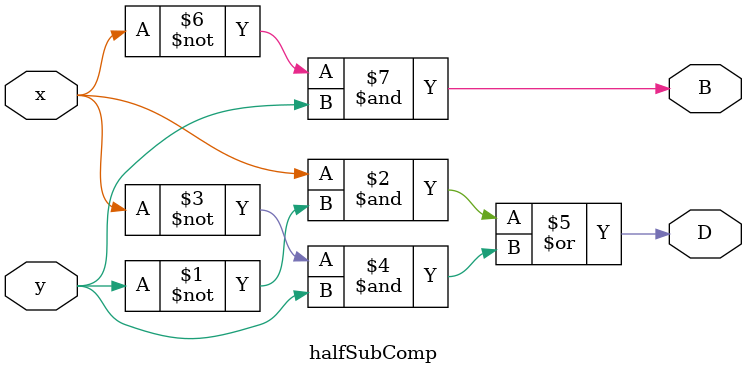
<source format=v>
`timescale 1ns / 1ps
module halfSub;
// Inputs
reg x;
reg y;
// Outputs
wire D;
wire B;
// Instantiate the Unit Under Test (UUT)
halfSubComp uut (
.x(x),
.y(y),
.D(D),
.B(B)
);

initial begin
// Initialize Inputs
x = 0;
y = 0;

#20 y = 1;
#20 y=0;
x=1;

#20 x = 1;
y=1;
//#20 x = 1;
//#40;
end

initial begin
$display("Half Subtractor\n");
$display("X Y\tD B");
$monitor("%d %d\t%d %d \n",x,y,D,B);
end

endmodule

module halfSubComp(
input x,
input y,
output D,
output B
);

assign D = (x&(~y))|((~x)&y);
assign B = ~x&y;

endmodule

/*
Output

x y D B
0 0 0 0
0 1 1 1
1 0 1 0
1 1 0 0

*/
</source>
